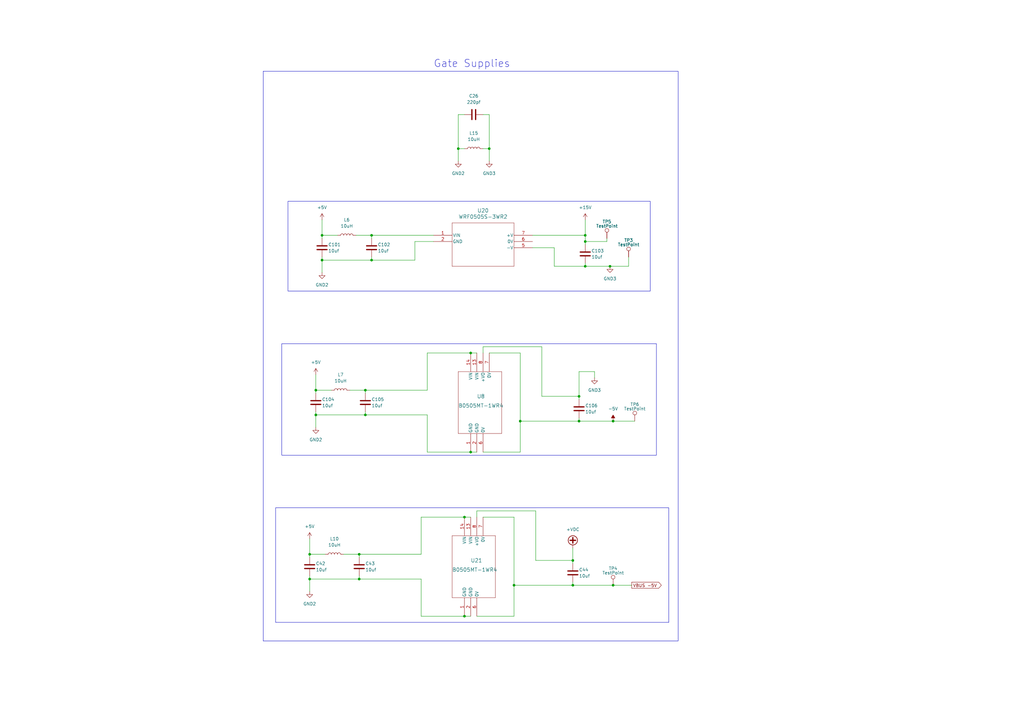
<source format=kicad_sch>
(kicad_sch (version 20230121) (generator eeschema)
  (paper "A3")
  (lib_symbols
    (symbol "B0505MT:B0505MT-1WR4" (pin_names (offset 0.254))
      (property "Reference" "U" (at 20.32 10.16 0))
      (property "Value" "B0505MT-1WR4" (at 20.32 7.62 0))
      (symbol "B0505MT-1WR4_0_1"
        (polyline (pts (xy 7.62 -12.7) (xy 33.02 -12.7)) (stroke (width 0.127)))
        (polyline (pts (xy 7.62 5.08) (xy 7.62 -12.7)) (stroke (width 0.127)))
        (polyline (pts (xy 33.02 -12.7) (xy 33.02 5.08)) (stroke (width 0.127)))
        (polyline (pts (xy 33.02 5.08) (xy 7.62 5.08)) (stroke (width 0.127)))
        (pin power_out line (at 0 0 0) (length 7.62) (name "GND") (number "1"))
        (pin power_in line (at 40.64 -2.54 180) (length 7.62) (name "VIN") (number "13"))
        (pin power_in line (at 40.64 0 180) (length 7.62) (name "VIN") (number "14"))
        (pin power_out line (at 0 -2.54 0) (length 7.62) (name "GND") (number "2"))
        (pin bidirectional line (at 0 -5.08 0) (length 7.62) (name "0V") (number "6"))
        (pin bidirectional line (at 40.64 -7.62 180) (length 7.62) (name "0V") (number "7"))
        (pin power_in line (at 40.64 -5.08 180) (length 7.62) (name "+VO") (number "8"))
      )
    )
    (symbol "Connector:TestPoint" (pin_numbers hide) (pin_names (offset 0.762) hide)
      (property "Reference" "TP" (at 0 6.858 0))
      (property "Value" "TestPoint" (at 0 5.08 0))
      (symbol "TestPoint_0_1"
        (circle (center 0 3.302) (radius 0.762))
      )
      (symbol "TestPoint_1_1"
        (pin passive line (at 0 0 90) (length 2.54) (name "1") (number "1"))
      )
    )
    (symbol "Device:C" (pin_numbers hide) (pin_names (offset 0.254))
      (property "Reference" "C" (at 0.635 2.54 0))
      (property "Value" "C" (at 0.635 -2.54 0))
      (symbol "C_0_1"
        (polyline (pts (xy -2.032 -0.762) (xy 2.032 -0.762)) (stroke (width 0.508)))
        (polyline (pts (xy -2.032 0.762) (xy 2.032 0.762)) (stroke (width 0.508)))
      )
      (symbol "C_1_1"
        (pin passive line (at 0 3.81 270) (length 2.794) (name "~") (number "1"))
        (pin passive line (at 0 -3.81 90) (length 2.794) (name "~") (number "2"))
      )
    )
    (symbol "Device:L" (pin_numbers hide) (pin_names (offset 1.016) hide)
      (property "Reference" "L" (at -1.27 0 90))
      (property "Value" "L" (at 1.905 0 90))
      (symbol "L_0_1"
        (arc (start 0 -2.54) (mid 0.6323 -1.905) (end 0 -1.27))
        (arc (start 0 -1.27) (mid 0.6323 -0.635) (end 0 0))
        (arc (start 0 0) (mid 0.6323 0.635) (end 0 1.27))
        (arc (start 0 1.27) (mid 0.6323 1.905) (end 0 2.54))
      )
      (symbol "L_1_1"
        (pin passive line (at 0 3.81 270) (length 1.27) (name "1") (number "1"))
        (pin passive line (at 0 -3.81 90) (length 1.27) (name "2") (number "2"))
      )
    )
    (symbol "F0505S DC-DC:F0505S" (pin_names (offset 0.254))
      (property "Reference" "U7" (at 20.32 10.16 0))
      (property "Value" "WRF0505S-3WR2" (at 20.32 7.62 0))
      (symbol "F0505S_0_1"
        (polyline (pts (xy 7.62 -12.7) (xy 33.02 -12.7)) (stroke (width 0.127)))
        (polyline (pts (xy 7.62 5.08) (xy 7.62 -12.7)) (stroke (width 0.127)))
        (polyline (pts (xy 33.02 -12.7) (xy 33.02 5.08)) (stroke (width 0.127)))
        (polyline (pts (xy 33.02 5.08) (xy 7.62 5.08)) (stroke (width 0.127)))
      )
      (symbol "F0505S_1_1"
        (pin power_in line (at 0 0 0) (length 7.62) (name "VIN") (number "1"))
        (pin power_in line (at 0 -2.54 0) (length 7.62) (name "GND") (number "2"))
        (pin power_out line (at 40.64 -5.08 180) (length 7.62) (name "-V") (number "5"))
        (pin power_out line (at 40.64 -2.54 180) (length 7.62) (name "0V") (number "6"))
        (pin power_out line (at 40.64 0 180) (length 7.62) (name "+V") (number "7"))
      )
    )
    (symbol "power:+15V" (power) (pin_names (offset 0))
      (property "Value" "+15V" (at 0 3.556 0))
      (symbol "+15V_0_1"
        (polyline (pts (xy -0.762 1.27) (xy 0 2.54)))
        (polyline (pts (xy 0 0) (xy 0 2.54)))
        (polyline (pts (xy 0 2.54) (xy 0.762 1.27)))
      )
      (symbol "+15V_1_1"
        (pin power_in line (at 0 0 90) (length 0) hide (name "+15V") (number "1"))
      )
    )
    (symbol "power:+5V" (power) (pin_names (offset 0))
      (property "Value" "+5V" (at 0 3.556 0))
      (symbol "+5V_0_1"
        (polyline (pts (xy -0.762 1.27) (xy 0 2.54)))
        (polyline (pts (xy 0 0) (xy 0 2.54)))
        (polyline (pts (xy 0 2.54) (xy 0.762 1.27)))
      )
      (symbol "+5V_1_1"
        (pin power_in line (at 0 0 90) (length 0) hide (name "+5V") (number "1"))
      )
    )
    (symbol "power:+VDC" (power) (pin_names (offset 0))
      (property "Value" "+VDC" (at 0 6.35 0))
      (symbol "+VDC_0_1"
        (polyline (pts (xy -1.143 3.175) (xy 1.143 3.175)) (stroke (width 0.508)))
        (polyline (pts (xy 0 0) (xy 0 1.27)))
        (polyline (pts (xy 0 2.032) (xy 0 4.318)) (stroke (width 0.508)))
        (circle (center 0 3.175) (radius 1.905) (stroke (width 0.254)))
      )
      (symbol "+VDC_1_1"
        (pin power_in line (at 0 0 90) (length 0) hide (name "+VDC") (number "1"))
      )
    )
    (symbol "power:-5V" (power) (pin_names (offset 0))
      (property "Value" "-5V" (at 0 3.81 0))
      (symbol "-5V_0_0"
        (pin power_in line (at 0 0 90) (length 0) hide (name "-5V") (number "1"))
      )
      (symbol "-5V_0_1"
        (polyline (pts (xy 0 0) (xy 0 1.27) (xy 0.762 1.27) (xy 0 2.54) (xy -0.762 1.27) (xy 0 1.27)) (fill (type outline)))
      )
    )
    (symbol "power:GND2" (power) (pin_names (offset 0))
      (property "Value" "GND2" (at 0 -3.81 0))
      (symbol "GND2_0_1"
        (polyline (pts (xy 0 0) (xy 0 -1.27) (xy 1.27 -1.27) (xy 0 -2.54) (xy -1.27 -1.27) (xy 0 -1.27)))
      )
      (symbol "GND2_1_1"
        (pin power_in line (at 0 0 270) (length 0) hide (name "GND2") (number "1"))
      )
    )
    (symbol "power:GND3" (power) (pin_names (offset 0))
      (property "Value" "GND3" (at 0 -3.81 0))
      (symbol "GND3_0_1"
        (polyline (pts (xy 0 0) (xy 0 -1.27) (xy 1.27 -1.27) (xy 0 -2.54) (xy -1.27 -1.27) (xy 0 -1.27)))
      )
      (symbol "GND3_1_1"
        (pin power_in line (at 0 0 270) (length 0) hide (name "GND3") (number "1"))
      )
    )
  )
  (junction (at 152.4 106.68))
  (junction (at 149.86 170.18))
  (junction (at 129.54 170.18))
  (junction (at 187.96 60.96))
  (junction (at 193.04 144.78))
  (junction (at 190.5 252.73))
  (junction (at 132.08 96.52))
  (junction (at 240.03 109.22))
  (junction (at 152.4 96.52))
  (junction (at 237.49 172.72))
  (junction (at 132.08 106.68))
  (junction (at 240.03 96.52))
  (junction (at 250.19 109.22))
  (junction (at 251.46 172.72))
  (junction (at 127 227.33))
  (junction (at 210.82 240.03))
  (junction (at 251.46 240.03))
  (junction (at 240.03 99.06))
  (junction (at 190.5 212.09))
  (junction (at 234.95 240.03))
  (junction (at 147.32 237.49))
  (junction (at 129.54 160.02))
  (junction (at 193.04 185.42))
  (junction (at 200.66 60.96))
  (junction (at 237.49 162.56))
  (junction (at 234.95 229.87))
  (junction (at 213.36 172.72))
  (junction (at 149.86 160.02))
  (junction (at 127 237.49))
  (junction (at 147.32 227.33))
  (wire (pts (xy 227.33 109.22) (xy 240.03 109.22)))
  (wire (pts (xy 152.4 105.41) (xy 152.4 106.68)))
  (wire (pts (xy 129.54 160.02) (xy 129.54 153.67)))
  (wire (pts (xy 237.49 152.4) (xy 237.49 162.56)))
  (wire (pts (xy 143.51 160.02) (xy 149.86 160.02)))
  (wire (pts (xy 129.54 175.26) (xy 129.54 170.18)))
  (wire (pts (xy 193.04 144.78) (xy 195.58 144.78)))
  (wire (pts (xy 175.26 185.42) (xy 193.04 185.42)))
  (wire (pts (xy 234.95 238.76) (xy 234.95 240.03)))
  (wire (pts (xy 152.4 96.52) (xy 152.4 97.79)))
  (wire (pts (xy 195.58 252.73) (xy 210.82 252.73)))
  (wire (pts (xy 127 227.33) (xy 133.35 227.33)))
  (wire (pts (xy 257.81 105.41) (xy 257.81 109.22)))
  (wire (pts (xy 146.05 96.52) (xy 152.4 96.52)))
  (wire (pts (xy 219.71 209.55) (xy 195.58 209.55)))
  (wire (pts (xy 190.5 46.99) (xy 187.96 46.99)))
  (wire (pts (xy 190.5 252.73) (xy 193.04 252.73)))
  (wire (pts (xy 187.96 46.99) (xy 187.96 60.96)))
  (wire (pts (xy 222.25 162.56) (xy 222.25 142.24)))
  (wire (pts (xy 222.25 142.24) (xy 198.12 142.24)))
  (wire (pts (xy 152.4 96.52) (xy 177.8 96.52)))
  (wire (pts (xy 132.08 105.41) (xy 132.08 106.68)))
  (wire (pts (xy 132.08 96.52) (xy 138.43 96.52)))
  (wire (pts (xy 222.25 162.56) (xy 237.49 162.56)))
  (wire (pts (xy 127 236.22) (xy 127 237.49)))
  (wire (pts (xy 200.66 144.78) (xy 213.36 144.78)))
  (wire (pts (xy 213.36 144.78) (xy 213.36 172.72)))
  (wire (pts (xy 149.86 160.02) (xy 149.86 161.29)))
  (wire (pts (xy 218.44 96.52) (xy 240.03 96.52)))
  (wire (pts (xy 170.18 99.06) (xy 170.18 106.68)))
  (wire (pts (xy 147.32 236.22) (xy 147.32 237.49)))
  (wire (pts (xy 200.66 60.96) (xy 198.12 60.96)))
  (wire (pts (xy 237.49 172.72) (xy 251.46 172.72)))
  (wire (pts (xy 187.96 66.04) (xy 187.96 60.96)))
  (wire (pts (xy 129.54 160.02) (xy 129.54 161.29)))
  (wire (pts (xy 129.54 168.91) (xy 129.54 170.18)))
  (wire (pts (xy 127 227.33) (xy 127 228.6)))
  (wire (pts (xy 213.36 172.72) (xy 213.36 185.42)))
  (wire (pts (xy 218.44 101.6) (xy 227.33 101.6)))
  (wire (pts (xy 198.12 212.09) (xy 210.82 212.09)))
  (wire (pts (xy 240.03 99.06) (xy 240.03 100.33)))
  (wire (pts (xy 234.95 240.03) (xy 251.46 240.03)))
  (wire (pts (xy 200.66 66.04) (xy 200.66 60.96)))
  (wire (pts (xy 132.08 111.76) (xy 132.08 106.68)))
  (wire (pts (xy 251.46 240.03) (xy 259.08 240.03)))
  (wire (pts (xy 172.72 252.73) (xy 190.5 252.73)))
  (wire (pts (xy 127 237.49) (xy 147.32 237.49)))
  (wire (pts (xy 240.03 90.17) (xy 240.03 96.52)))
  (wire (pts (xy 149.86 170.18) (xy 175.26 170.18)))
  (wire (pts (xy 190.5 212.09) (xy 193.04 212.09)))
  (wire (pts (xy 234.95 224.79) (xy 234.95 229.87)))
  (wire (pts (xy 149.86 160.02) (xy 175.26 160.02)))
  (wire (pts (xy 198.12 185.42) (xy 213.36 185.42)))
  (wire (pts (xy 127 242.57) (xy 127 237.49)))
  (wire (pts (xy 210.82 240.03) (xy 234.95 240.03)))
  (wire (pts (xy 147.32 237.49) (xy 172.72 237.49)))
  (wire (pts (xy 219.71 229.87) (xy 219.71 209.55)))
  (wire (pts (xy 237.49 171.45) (xy 237.49 172.72)))
  (wire (pts (xy 127 227.33) (xy 127 220.98)))
  (wire (pts (xy 240.03 107.95) (xy 240.03 109.22)))
  (wire (pts (xy 243.84 152.4) (xy 237.49 152.4)))
  (wire (pts (xy 240.03 96.52) (xy 240.03 99.06)))
  (wire (pts (xy 132.08 96.52) (xy 132.08 97.79)))
  (wire (pts (xy 175.26 160.02) (xy 175.26 144.78)))
  (wire (pts (xy 172.72 227.33) (xy 172.72 212.09)))
  (wire (pts (xy 170.18 99.06) (xy 177.8 99.06)))
  (wire (pts (xy 149.86 168.91) (xy 149.86 170.18)))
  (wire (pts (xy 219.71 229.87) (xy 234.95 229.87)))
  (wire (pts (xy 198.12 142.24) (xy 198.12 144.78)))
  (wire (pts (xy 200.66 46.99) (xy 200.66 60.96)))
  (wire (pts (xy 175.26 170.18) (xy 175.26 185.42)))
  (wire (pts (xy 152.4 106.68) (xy 170.18 106.68)))
  (wire (pts (xy 147.32 227.33) (xy 147.32 228.6)))
  (wire (pts (xy 147.32 227.33) (xy 172.72 227.33)))
  (wire (pts (xy 213.36 172.72) (xy 237.49 172.72)))
  (wire (pts (xy 195.58 209.55) (xy 195.58 212.09)))
  (wire (pts (xy 175.26 144.78) (xy 193.04 144.78)))
  (wire (pts (xy 227.33 109.22) (xy 227.33 101.6)))
  (wire (pts (xy 132.08 106.68) (xy 152.4 106.68)))
  (wire (pts (xy 243.84 154.94) (xy 243.84 152.4)))
  (wire (pts (xy 132.08 96.52) (xy 132.08 90.17)))
  (wire (pts (xy 240.03 109.22) (xy 250.19 109.22)))
  (wire (pts (xy 140.97 227.33) (xy 147.32 227.33)))
  (wire (pts (xy 198.12 46.99) (xy 200.66 46.99)))
  (wire (pts (xy 172.72 237.49) (xy 172.72 252.73)))
  (wire (pts (xy 251.46 172.72) (xy 260.35 172.72)))
  (wire (pts (xy 193.04 185.42) (xy 195.58 185.42)))
  (wire (pts (xy 237.49 162.56) (xy 237.49 163.83)))
  (wire (pts (xy 257.81 109.22) (xy 250.19 109.22)))
  (wire (pts (xy 210.82 212.09) (xy 210.82 240.03)))
  (wire (pts (xy 210.82 240.03) (xy 210.82 252.73)))
  (wire (pts (xy 172.72 212.09) (xy 190.5 212.09)))
  (wire (pts (xy 129.54 170.18) (xy 149.86 170.18)))
  (wire (pts (xy 248.92 99.06) (xy 240.03 99.06)))
  (wire (pts (xy 187.96 60.96) (xy 190.5 60.96)))
  (wire (pts (xy 234.95 229.87) (xy 234.95 231.14)))
  (wire (pts (xy 248.92 97.79) (xy 248.92 99.06)))
  (wire (pts (xy 129.54 160.02) (xy 135.89 160.02)))
  (rectangle (start 118.11 82.55) (end 266.7 119.38))
  (rectangle (start 113.03 208.28) (end 274.32 255.27))
  (rectangle (start 115.57 140.97) (end 269.24 186.69))
  (rectangle (start 107.95 29.21) (end 278.13 262.89))
  (text "Gate Supplies" (at 177.8 27.94 0) (effects (font (size 3 3)) (justify left bottom)))
  (global_label "VBUS -5V" (shape output) (at 259.08 240.03 0) (property "Intersheetrefs" "${INTERSHEET_REFS}" (effects hide)))
  (symbol (lib_id "Connector:TestPoint") (at 257.81 105.41 0) (unit 1)
    (property "Reference" "TP3" (at 257.81 98.552 0))
    (property "Value" "TestPoint" (at 257.81 100.33 0))
    (property "Footprint" "footprints:TestPoint_Pad_3.1x1.6mm" (effects hide))
    (instances (project "HV servo drive v1" (path "" (reference "TP3") (unit 1)) (path "" (reference "TP5") (unit 1))))
  )
  (symbol (lib_id "power:GND2") (at 132.08 111.76 0) (unit 1)
    (property "Reference" "#PWR086" (effects hide))
    (property "Value" "GND2" (at 132.08 116.84 0))
    (instances (project "HV servo drive v1" (path "" (reference "#PWR086") (unit 1)) (path "" (reference "#PWR085") (unit 1))))
  )
  (symbol (lib_id "power:+VDC") (at 234.95 224.79 0) (unit 1)
    (property "Reference" "#PWR080" (effects hide))
    (property "Value" "+VDC" (at 234.95 217.17 0))
    (instances (project "HV servo drive v1" (path "" (reference "#PWR080") (unit 1)) (path "" (reference "#PWR0107") (unit 1))))
  )
  (symbol (lib_id "power:GND3") (at 250.19 109.22 0) (unit 1)
    (property "Reference" "#PWR082" (effects hide))
    (property "Value" "GND3" (at 250.19 114.3 0))
    (instances (project "HV servo drive v1" (path "" (reference "#PWR082") (unit 1)) (path "" (reference "#PWR0110") (unit 1))))
  )
  (symbol (lib_id "power:+15V") (at 240.03 90.17 0) (unit 1)
    (property "Reference" "#PWR084" (effects hide))
    (property "Value" "+15V" (at 240.03 85.09 0))
    (instances (project "HV servo drive v1" (path "" (reference "#PWR084") (unit 1)) (path "" (reference "#PWR0108") (unit 1))))
  )
  (symbol (lib_id "Device:C") (at 240.03 104.14 0) (unit 1)
    (property "Reference" "C103" (at 242.57 102.87 0) (effects (justify left)))
    (property "Value" "10uf" (at 242.57 105.41 0) (effects (justify left)))
    (property "Footprint" "Capacitor_SMD:C_0805_2012Metric" (effects hide))
    (instances (project "HV servo drive v1" (path "" (reference "C103") (unit 1)) (path "" (reference "C106") (unit 1))))
  )
  (symbol (lib_id "power:GND3") (at 200.66 66.04 0) (unit 1)
    (property "Reference" "#PWR0133" (effects hide))
    (property "Value" "GND3" (at 200.66 71.12 0))
    (instances (project "HV servo drive v1" (path "" (reference "#PWR0133") (unit 1)) (path "" (reference "#PWR0106") (unit 1))))
  )
  (symbol (lib_id "Device:C") (at 237.49 167.64 0) (unit 1)
    (property "Reference" "C106" (at 240.03 166.37 0) (effects (justify left)))
    (property "Value" "10uf" (at 240.03 168.91 0) (effects (justify left)))
    (property "Footprint" "Capacitor_SMD:C_0805_2012Metric" (effects hide))
    (instances (project "HV servo drive v1" (path "" (reference "C106") (unit 1)) (path "" (reference "C105") (unit 1))))
  )
  (symbol (lib_id "Connector:TestPoint") (at 251.46 240.03 0) (unit 1)
    (property "Reference" "TP4" (at 251.46 233.172 0))
    (property "Value" "TestPoint" (at 251.46 234.95 0))
    (property "Footprint" "footprints:TestPoint_Pad_3.1x1.6mm" (effects hide))
  )
  (symbol (lib_id "Device:C") (at 132.08 101.6 0) (unit 1)
    (property "Reference" "C101" (at 134.62 100.33 0) (effects (justify left)))
    (property "Value" "10uf" (at 134.62 102.87 0) (effects (justify left)))
    (property "Footprint" "Capacitor_SMD:C_0805_2012Metric" (effects hide))
    (instances (project "HV servo drive v1" (path "" (reference "C101") (unit 1)) (path "" (reference "C43") (unit 1))))
  )
  (symbol (lib_id "Device:L") (at 139.7 160.02 90) (unit 1)
    (property "Reference" "L7" (at 139.7 153.67 90))
    (property "Value" "10uH" (at 139.7 156.21 90))
    (property "Footprint" "Inductor_SMD:L_1008_2520Metric" (effects hide))
  )
  (symbol (lib_id "Device:C") (at 234.95 234.95 0) (unit 1)
    (property "Reference" "C44" (at 237.49 233.68 0) (effects (justify left)))
    (property "Value" "10uf" (at 237.49 236.22 0) (effects (justify left)))
    (property "Footprint" "Capacitor_SMD:C_0805_2012Metric" (effects hide))
    (instances (project "HV servo drive v1" (path "" (reference "C44") (unit 1)) (path "" (reference "C104") (unit 1))))
  )
  (symbol (lib_id "power:GND3") (at 243.84 154.94 0) (unit 1)
    (property "Reference" "#PWR081" (effects hide))
    (property "Value" "GND3" (at 243.84 160.02 0))
    (instances (project "HV servo drive v1" (path "" (reference "#PWR081") (unit 1)) (path "" (reference "#PWR0109") (unit 1))))
  )
  (symbol (lib_id "power:GND2") (at 127 242.57 0) (unit 1)
    (property "Reference" "#PWR0117" (effects hide))
    (property "Value" "GND2" (at 127 247.65 0))
    (instances (project "HV servo drive v1" (path "" (reference "#PWR0117") (unit 1)) (path "" (reference "#PWR080") (unit 1))))
  )
  (symbol (lib_id "Connector:TestPoint") (at 260.35 172.72 0) (unit 1)
    (property "Reference" "TP6" (at 260.35 165.862 0))
    (property "Value" "TestPoint" (at 260.35 167.64 0))
    (property "Footprint" "footprints:TestPoint_Pad_3.1x1.6mm" (effects hide))
  )
  (symbol (lib_id "power:+5V") (at 127 220.98 0) (unit 1)
    (property "Reference" "#PWR085" (effects hide))
    (property "Value" "+5V" (at 127 215.9 0))
    (instances (project "HV servo drive v1" (path "" (reference "#PWR085") (unit 1)) (path "" (reference "#PWR036") (unit 1))))
  )
  (symbol (lib_id "Device:C") (at 194.31 46.99 270) (unit 1)
    (property "Reference" "C26" (at 194.31 39.37 90))
    (property "Value" "220pf" (at 194.31 41.91 90))
    (property "Footprint" "Capacitor_SMD:C_0603_1608Metric" (effects hide))
    (instances (project "HV servo drive v1" (path "" (reference "C26") (unit 1)) (path "" (reference "C103") (unit 1))))
  )
  (symbol (lib_id "Device:L") (at 194.31 60.96 90) (unit 1)
    (property "Reference" "L15" (at 194.31 54.61 90))
    (property "Value" "10uH" (at 194.31 57.15 90))
    (property "Footprint" "Inductor_SMD:L_1008_2520Metric" (effects hide))
  )
  (symbol (lib_id "power:-5V") (at 251.46 172.72 0) (unit 1)
    (property "Reference" "#PWR036" (effects hide))
    (property "Value" "-5V" (at 251.46 167.64 0))
    (instances (project "HV servo drive v1" (path "" (reference "#PWR036") (unit 1)) (path "" (reference "#PWR0111") (unit 1))))
  )
  (symbol (lib_id "power:GND2") (at 187.96 66.04 0) (unit 1)
    (property "Reference" "#PWR0134" (effects hide))
    (property "Value" "GND2" (at 187.96 71.12 0))
    (instances (project "HV servo drive v1" (path "" (reference "#PWR0134") (unit 1)) (path "" (reference "#PWR086") (unit 1))))
  )
  (symbol (lib_id "F0505S DC-DC:F0505S") (at 177.8 96.52 0) (unit 1)
    (property "Reference" "U20" (at 198.12 86.36 0) (effects (font (size 1.524 1.524))))
    (property "Value" "WRF0505S-3WR2" (at 198.12 88.9 0) (effects (font (size 1.524 1.524))))
    (property "Footprint" "footprints:F0505S-2WR3" (effects hide))
    (property "Datasheet" "WRF0505S-3WR2" (effects hide))
    (instances (project "HV servo drive v1" (path "" (reference "U20") (unit 1)) (path "" (reference "U8") (unit 1))))
  )
  (symbol (lib_id "B0505MT:B0505MT-1WR4") (at 190.5 252.73 90) (unit 1)
    (property "Reference" "U21" (at 193.04 229.87 90) (effects (font (size 1.524 1.524)) (justify right)))
    (property "Value" "B0505MT-1WR4" (at 185.42 233.68 90) (effects (font (size 1.524 1.524)) (justify right)))
    (property "Footprint" "footprints:B05xxMT-1WR4_MNS" (effects hide))
    (property "Datasheet" "B0505MT-1WR4" (effects hide))
    (instances (project "HV servo drive v1" (path "" (reference "U21") (unit 1)) (path "" (reference "U20") (unit 1))))
  )
  (symbol (lib_id "Device:L") (at 142.24 96.52 90) (unit 1)
    (property "Reference" "L6" (at 142.24 90.17 90))
    (property "Value" "10uH" (at 142.24 92.71 90))
    (property "Footprint" "Inductor_SMD:L_1008_2520Metric" (effects hide))
    (instances (project "HV servo drive v1" (path "" (reference "L6") (unit 1)) (path "" (reference "L10") (unit 1))))
  )
  (symbol (lib_id "power:+5V") (at 132.08 90.17 0) (unit 1)
    (property "Reference" "#PWR0113" (effects hide))
    (property "Value" "+5V" (at 132.08 85.09 0))
    (instances (project "HV servo drive v1" (path "" (reference "#PWR0113") (unit 1)) (path "" (reference "#PWR084") (unit 1))))
  )
  (symbol (lib_id "Device:C") (at 149.86 165.1 0) (unit 1)
    (property "Reference" "C105" (at 152.4 163.83 0) (effects (justify left)))
    (property "Value" "10uf" (at 152.4 166.37 0) (effects (justify left)))
    (property "Footprint" "Capacitor_SMD:C_0805_2012Metric" (effects hide))
    (instances (project "HV servo drive v1" (path "" (reference "C105") (unit 1)) (path "" (reference "C101") (unit 1))))
  )
  (symbol (lib_id "Device:C") (at 147.32 232.41 0) (unit 1)
    (property "Reference" "C43" (at 149.86 231.14 0) (effects (justify left)))
    (property "Value" "10uf" (at 149.86 233.68 0) (effects (justify left)))
    (property "Footprint" "Capacitor_SMD:C_0805_2012Metric" (effects hide))
    (instances (project "HV servo drive v1" (path "" (reference "C43") (unit 1)) (path "" (reference "C44") (unit 1))))
  )
  (symbol (lib_id "Device:C") (at 127 232.41 0) (unit 1)
    (property "Reference" "C42" (at 129.54 231.14 0) (effects (justify left)))
    (property "Value" "10uf" (at 129.54 233.68 0) (effects (justify left)))
    (property "Footprint" "Capacitor_SMD:C_0805_2012Metric" (effects hide))
    (instances (project "HV servo drive v1" (path "" (reference "C42") (unit 1)) (path "" (reference "C26") (unit 1))))
  )
  (symbol (lib_id "Device:C") (at 129.54 165.1 0) (unit 1)
    (property "Reference" "C104" (at 132.08 163.83 0) (effects (justify left)))
    (property "Value" "10uf" (at 132.08 166.37 0) (effects (justify left)))
    (property "Footprint" "Capacitor_SMD:C_0805_2012Metric" (effects hide))
    (instances (project "HV servo drive v1" (path "" (reference "C104") (unit 1)) (path "" (reference "C42") (unit 1))))
  )
  (symbol (lib_id "Device:L") (at 137.16 227.33 90) (unit 1)
    (property "Reference" "L10" (at 137.16 220.98 90))
    (property "Value" "10uH" (at 137.16 223.52 90))
    (property "Footprint" "Inductor_SMD:L_1008_2520Metric" (effects hide))
    (instances (project "HV servo drive v1" (path "" (reference "L10") (unit 1)) (path "" (reference "L6") (unit 1))))
  )
  (symbol (lib_id "B0505MT:B0505MT-1WR4") (at 193.04 185.42 90) (unit 1)
    (property "Reference" "U8" (at 195.58 162.56 90) (effects (font (size 1.524 1.524)) (justify right)))
    (property "Value" "B0505MT-1WR4" (at 187.96 166.37 90) (effects (font (size 1.524 1.524)) (justify right)))
    (property "Footprint" "footprints:B05xxMT-1WR4_MNS" (effects hide))
    (property "Datasheet" "B0505MT-1WR4" (effects hide))
    (instances (project "HV servo drive v1" (path "" (reference "U8") (unit 1)) (path "" (reference "U21") (unit 1))))
  )
  (symbol (lib_id "Connector:TestPoint") (at 248.92 97.79 0) (unit 1)
    (property "Reference" "TP5" (at 248.92 90.932 0))
    (property "Value" "TestPoint" (at 248.92 92.71 0))
    (property "Footprint" "footprints:TestPoint_Pad_3.1x1.6mm" (effects hide))
    (instances (project "HV servo drive v1" (path "" (reference "TP5") (unit 1)) (path "" (reference "TP3") (unit 1))))
  )
  (symbol (lib_id "power:GND2") (at 129.54 175.26 0) (unit 1)
    (property "Reference" "#PWR0114" (effects hide))
    (property "Value" "GND2" (at 129.54 180.34 0))
    (instances (project "HV servo drive v1" (path "" (reference "#PWR0114") (unit 1)) (path "" (reference "#PWR082") (unit 1))))
  )
  (symbol (lib_id "Device:C") (at 152.4 101.6 0) (unit 1)
    (property "Reference" "C102" (at 154.94 100.33 0) (effects (justify left)))
    (property "Value" "10uf" (at 154.94 102.87 0) (effects (justify left)))
    (property "Footprint" "Capacitor_SMD:C_0805_2012Metric" (effects hide))
  )
  (symbol (lib_id "power:+5V") (at 129.54 153.67 0) (unit 1)
    (property "Reference" "#PWR0116" (effects hide))
    (property "Value" "+5V" (at 129.54 148.59 0))
    (instances (project "HV servo drive v1" (path "" (reference "#PWR0116") (unit 1)) (path "" (reference "#PWR081") (unit 1))))
  )
)
</source>
